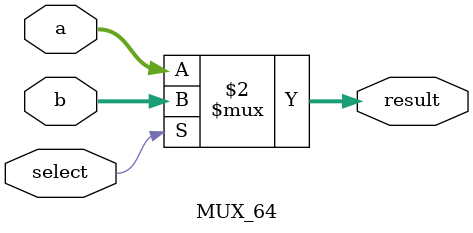
<source format=v>
module MUX_64(
            input[63:0] a, b,
            input select,
            output[63:0] result); // output 

assign result = select == 1'b1 ? b: a;
endmodule
</source>
